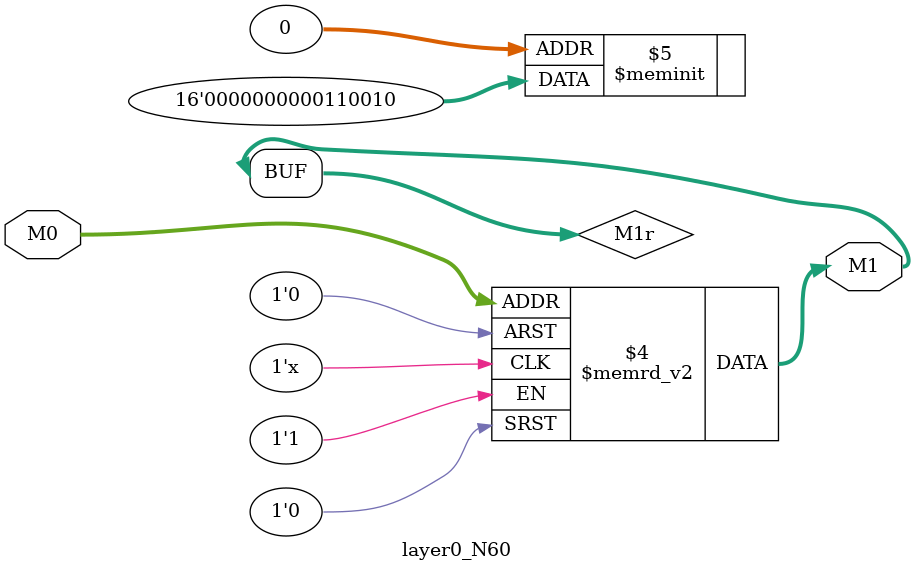
<source format=v>
module layer0_N60 ( input [2:0] M0, output [1:0] M1 );

	(*rom_style = "distributed" *) reg [1:0] M1r;
	assign M1 = M1r;
	always @ (M0) begin
		case (M0)
			3'b000: M1r = 2'b10;
			3'b100: M1r = 2'b00;
			3'b010: M1r = 2'b11;
			3'b110: M1r = 2'b00;
			3'b001: M1r = 2'b00;
			3'b101: M1r = 2'b00;
			3'b011: M1r = 2'b00;
			3'b111: M1r = 2'b00;

		endcase
	end
endmodule

</source>
